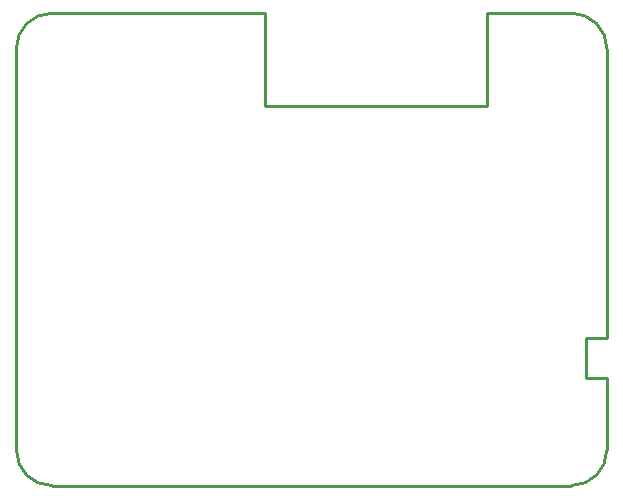
<source format=gko>
G04 Layer: BoardOutlineLayer*
G04 EasyEDA Pro v2.2.34.8, 2025-02-19 17:22:18*
G04 Gerber Generator version 0.3*
G04 Scale: 100 percent, Rotated: No, Reflected: No*
G04 Dimensions in millimeters*
G04 Leading zeros omitted, absolute positions, 4 integers and 5 decimals*
%FSLAX45Y45*%
%MOMM*%
%ADD10C,0.254*%
G75*


G04 PolygonModel Start*
G54D10*
G01X15849600Y7099300D02*
G01X14041298Y7099300D01*
G01X14041298Y7099300D02*
G03X13741400Y6799300I15J-299913D01*
G01X13741400Y6799300D02*
G01X13741400Y3399300D01*
G01X13741400Y3399300D02*
G03X14041400Y3099300I300000J0D01*
G01X14041400Y3099300D02*
G01X18441151Y3099300D01*
G01X18441151Y3099300D02*
G03X18741151Y3399300I0J300000D01*
G01X18741151Y3399300D02*
G01X18741151Y4008300D01*
G01X18741151Y4008300D02*
G01X18566150Y4008300D01*
G01X18566150Y4008300D02*
G01X18566150Y4348300D01*
G01X18566150Y4348300D02*
G01X18741151Y4348300D01*
G01X18741151Y4348300D02*
G01X18741151Y5113200D01*
G01X18741151Y5453200D02*
G01X18741151Y5722800D01*
G01X18741151Y6062800D02*
G01X18741328Y6799228D01*
G01X18741328Y6799228D02*
G03X18441328Y7099300I-300000J72D01*
G01X18441328Y7099300D02*
G01X17729200Y7099300D01*
G01X17729200Y7099300D02*
G01X17729200Y6311900D01*
G01X17729200Y6311900D02*
G01X15849600Y6311900D01*
G01X15849600Y6311900D02*
G01X15849600Y7099300D01*
G01X18741151Y6062800D02*
G01X18741151Y5722800D01*
G01X18741151Y5453200D02*
G01X18741151Y5113200D01*

M02*


</source>
